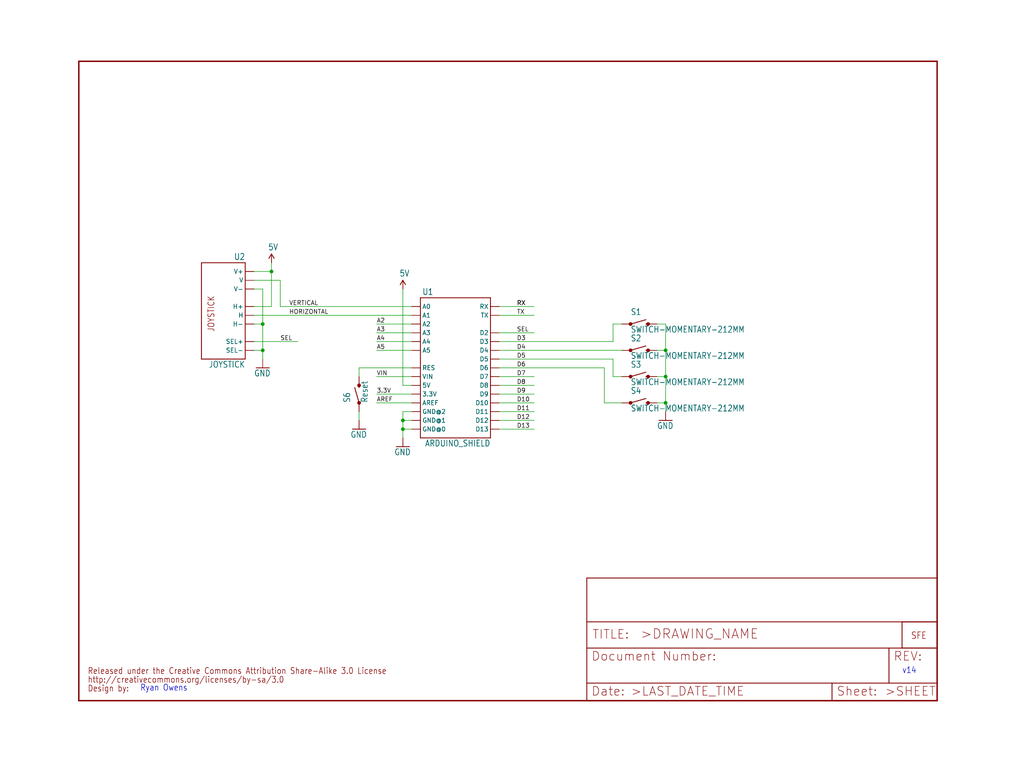
<source format=kicad_sch>
(kicad_sch (version 20211123) (generator eeschema)
  (paper "User" 297.002 223.926)
  (lib_symbols
    (symbol "eagleSchem-eagle-import:5V" (power)
      (property "Value" "5V" (at -1.016 3.556 0))
      (symbol "5V_1_0"
        (polyline (pts (xy 0 2.54) (xy -0.762 1.27)) (stroke (width 0.254)))
        (polyline (pts (xy 0.762 1.27) (xy 0 2.54)) (stroke (width 0.254)))
        (pin power_in line (at 0 0 90) (length 2.54) (name "5V") (number "1"))
      )
    )
    (symbol "eagleSchem-eagle-import:ARDUINO_SHIELDLABEL"
      (property "Reference" "U" (at -9.652 21.082 0))
      (property "Value" "ARDUINO_SHIELDLABEL" (at -8.89 -22.86 0))
      (symbol "ARDUINO_SHIELDLABEL_1_0"
        (polyline (pts (xy -10.16 -20.32) (xy -10.16 20.32)) (stroke (width 0.254)))
        (polyline (pts (xy -10.16 20.32) (xy 10.16 20.32)) (stroke (width 0.254)))
        (polyline (pts (xy 10.16 -20.32) (xy -10.16 -20.32)) (stroke (width 0.254)))
        (polyline (pts (xy 10.16 20.32) (xy 10.16 -20.32)) (stroke (width 0.254)))
        (pin bidirectional line (at -12.7 -7.62 0) (length 2.54) (name "3.3V") (number "3.3V"))
        (pin bidirectional line (at -12.7 -5.08 0) (length 2.54) (name "5V") (number "5V"))
        (pin bidirectional line (at -12.7 17.78 0) (length 2.54) (name "A0") (number "A0"))
        (pin bidirectional line (at -12.7 15.24 0) (length 2.54) (name "A1") (number "A1"))
        (pin bidirectional line (at -12.7 12.7 0) (length 2.54) (name "A2") (number "A2"))
        (pin bidirectional line (at -12.7 10.16 0) (length 2.54) (name "A3") (number "A3"))
        (pin bidirectional line (at -12.7 7.62 0) (length 2.54) (name "A4") (number "A4"))
        (pin bidirectional line (at -12.7 5.08 0) (length 2.54) (name "A5") (number "A5"))
        (pin bidirectional line (at -12.7 -10.16 0) (length 2.54) (name "AREF") (number "AREF"))
        (pin bidirectional line (at 12.7 -10.16 180) (length 2.54) (name "D10") (number "D10"))
        (pin bidirectional line (at 12.7 -12.7 180) (length 2.54) (name "D11") (number "D11"))
        (pin bidirectional line (at 12.7 -15.24 180) (length 2.54) (name "D12") (number "D12"))
        (pin bidirectional line (at 12.7 -17.78 180) (length 2.54) (name "D13") (number "D13"))
        (pin bidirectional line (at 12.7 10.16 180) (length 2.54) (name "D2") (number "D2"))
        (pin bidirectional line (at 12.7 7.62 180) (length 2.54) (name "D3") (number "D3"))
        (pin bidirectional line (at 12.7 5.08 180) (length 2.54) (name "D4") (number "D4"))
        (pin bidirectional line (at 12.7 2.54 180) (length 2.54) (name "D5") (number "D5"))
        (pin bidirectional line (at 12.7 0 180) (length 2.54) (name "D6") (number "D6"))
        (pin bidirectional line (at 12.7 -2.54 180) (length 2.54) (name "D7") (number "D7"))
        (pin bidirectional line (at 12.7 -5.08 180) (length 2.54) (name "D8") (number "D8"))
        (pin bidirectional line (at 12.7 -7.62 180) (length 2.54) (name "D9") (number "D9"))
        (pin bidirectional line (at -12.7 -17.78 0) (length 2.54) (name "GND@0") (number "GND@0"))
        (pin bidirectional line (at -12.7 -15.24 0) (length 2.54) (name "GND@1") (number "GND@1"))
        (pin bidirectional line (at -12.7 -12.7 0) (length 2.54) (name "GND@2") (number "GND@2"))
        (pin bidirectional line (at -12.7 0 0) (length 2.54) (name "RES") (number "RES"))
        (pin bidirectional line (at 12.7 17.78 180) (length 2.54) (name "RX") (number "RX"))
        (pin bidirectional line (at 12.7 15.24 180) (length 2.54) (name "TX") (number "TX"))
        (pin bidirectional line (at -12.7 -2.54 0) (length 2.54) (name "VIN") (number "VIN"))
      )
    )
    (symbol "eagleSchem-eagle-import:CREATIVE_COMMONS"
      (symbol "CREATIVE_COMMONS_1_0"
        (text "Design by:" (at 0 0 0) (effects (font (size 1.778 1.5113)) (justify left bottom)))
        (text "http://creativecommons.org/licenses/by-sa/3.0" (at 0 2.54 0) (effects (font (size 1.778 1.5113)) (justify left bottom)))
        (text "Released under the Creative Commons Attribution Share-Alike 3.0 License" (at 0 5.08 0) (effects (font (size 1.778 1.5113)) (justify left bottom)))
      )
    )
    (symbol "eagleSchem-eagle-import:FRAME-LETTER"
      (symbol "FRAME-LETTER_1_0"
        (polyline (pts (xy 0 0) (xy 248.92 0)) (stroke (width 0.4064)))
        (polyline (pts (xy 0 185.42) (xy 0 0)) (stroke (width 0.4064)))
        (polyline (pts (xy 0 185.42) (xy 248.92 185.42)) (stroke (width 0.4064)))
        (polyline (pts (xy 248.92 185.42) (xy 248.92 0)) (stroke (width 0.4064)))
      )
      (symbol "FRAME-LETTER_2_0"
        (polyline (pts (xy 0 0) (xy 0 5.08)) (stroke (width 0.254)))
        (polyline (pts (xy 0 0) (xy 71.12 0)) (stroke (width 0.254)))
        (polyline (pts (xy 0 5.08) (xy 0 15.24)) (stroke (width 0.254)))
        (polyline (pts (xy 0 5.08) (xy 71.12 5.08)) (stroke (width 0.254)))
        (polyline (pts (xy 0 15.24) (xy 0 22.86)) (stroke (width 0.254)))
        (polyline (pts (xy 0 22.86) (xy 0 35.56)) (stroke (width 0.254)))
        (polyline (pts (xy 0 22.86) (xy 101.6 22.86)) (stroke (width 0.254)))
        (polyline (pts (xy 71.12 0) (xy 101.6 0)) (stroke (width 0.254)))
        (polyline (pts (xy 71.12 5.08) (xy 71.12 0)) (stroke (width 0.254)))
        (polyline (pts (xy 71.12 5.08) (xy 87.63 5.08)) (stroke (width 0.254)))
        (polyline (pts (xy 87.63 5.08) (xy 101.6 5.08)) (stroke (width 0.254)))
        (polyline (pts (xy 87.63 15.24) (xy 0 15.24)) (stroke (width 0.254)))
        (polyline (pts (xy 87.63 15.24) (xy 87.63 5.08)) (stroke (width 0.254)))
        (polyline (pts (xy 101.6 5.08) (xy 101.6 0)) (stroke (width 0.254)))
        (polyline (pts (xy 101.6 15.24) (xy 87.63 15.24)) (stroke (width 0.254)))
        (polyline (pts (xy 101.6 15.24) (xy 101.6 5.08)) (stroke (width 0.254)))
        (polyline (pts (xy 101.6 22.86) (xy 101.6 15.24)) (stroke (width 0.254)))
        (polyline (pts (xy 101.6 35.56) (xy 0 35.56)) (stroke (width 0.254)))
        (polyline (pts (xy 101.6 35.56) (xy 101.6 22.86)) (stroke (width 0.254)))
        (text ">DRAWING_NAME" (at 15.494 17.78 0) (effects (font (size 2.7432 2.7432)) (justify left bottom)))
        (text ">LAST_DATE_TIME" (at 12.7 1.27 0) (effects (font (size 2.54 2.54)) (justify left bottom)))
        (text ">SHEET" (at 86.36 1.27 0) (effects (font (size 2.54 2.54)) (justify left bottom)))
        (text "Date:" (at 1.27 1.27 0) (effects (font (size 2.54 2.54)) (justify left bottom)))
        (text "Document Number:" (at 1.27 11.43 0) (effects (font (size 2.54 2.54)) (justify left bottom)))
        (text "REV:" (at 88.9 11.43 0) (effects (font (size 2.54 2.54)) (justify left bottom)))
        (text "Sheet:" (at 72.39 1.27 0) (effects (font (size 2.54 2.54)) (justify left bottom)))
        (text "TITLE:" (at 1.524 17.78 0) (effects (font (size 2.54 2.54)) (justify left bottom)))
      )
    )
    (symbol "eagleSchem-eagle-import:GND" (power)
      (property "Value" "GND" (at -2.54 -2.54 0))
      (symbol "GND_1_0"
        (polyline (pts (xy -1.905 0) (xy 1.905 0)) (stroke (width 0.254)))
        (pin power_in line (at 0 2.54 270) (length 2.54) (name "GND") (number "1"))
      )
    )
    (symbol "eagleSchem-eagle-import:JOYSTICKPTH"
      (property "Reference" "U" (at -7.62 13.462 0))
      (property "Value" "JOYSTICKPTH" (at -7.62 -17.78 0))
      (symbol "JOYSTICKPTH_1_0"
        (polyline (pts (xy -7.62 -15.24) (xy -7.62 12.7)) (stroke (width 0.254)))
        (polyline (pts (xy -7.62 12.7) (xy 5.08 12.7)) (stroke (width 0.254)))
        (polyline (pts (xy 5.08 -15.24) (xy -7.62 -15.24)) (stroke (width 0.254)))
        (polyline (pts (xy 5.08 12.7) (xy 5.08 -15.24)) (stroke (width 0.254)))
        (text "JOYSTICK" (at 3.302 -7.366 900) (effects (font (size 1.778 1.5113)) (justify left bottom)))
        (pin bidirectional line (at -10.16 -10.16 0) (length 2.54) (name "SEL+") (number "B1A"))
        (pin bidirectional line (at -10.16 -12.7 0) (length 2.54) (name "SEL-") (number "B2A"))
        (pin bidirectional line (at -10.16 0 0) (length 2.54) (name "H+") (number "H1"))
        (pin bidirectional line (at -10.16 -2.54 0) (length 2.54) (name "H") (number "H2"))
        (pin bidirectional line (at -10.16 -5.08 0) (length 2.54) (name "H-") (number "H3"))
        (pin bidirectional line (at -10.16 10.16 0) (length 2.54) (name "V+") (number "V1"))
        (pin bidirectional line (at -10.16 7.62 0) (length 2.54) (name "V") (number "V2"))
        (pin bidirectional line (at -10.16 5.08 0) (length 2.54) (name "V-") (number "V3"))
      )
    )
    (symbol "eagleSchem-eagle-import:LOGO-SFENEW"
      (symbol "LOGO-SFENEW_1_0"
        (polyline (pts (xy -2.54 -2.54) (xy 7.62 -2.54)) (stroke (width 0.254)))
        (polyline (pts (xy -2.54 5.08) (xy -2.54 -2.54)) (stroke (width 0.254)))
        (polyline (pts (xy 7.62 -2.54) (xy 7.62 5.08)) (stroke (width 0.254)))
        (polyline (pts (xy 7.62 5.08) (xy -2.54 5.08)) (stroke (width 0.254)))
        (text "SFE" (at 0 0 0) (effects (font (size 1.9304 1.6408)) (justify left bottom)))
      )
    )
    (symbol "eagleSchem-eagle-import:SWITCH-MOMENTARY-212MM"
      (property "Reference" "S" (at -2.54 2.54 0))
      (property "Value" "SWITCH-MOMENTARY-212MM" (at -2.54 -2.54 0))
      (symbol "SWITCH-MOMENTARY-212MM_1_0"
        (circle (center -2.54 0) (radius 0.127) (stroke (width 0.4064)))
        (polyline (pts (xy -2.54 0) (xy 1.905 1.27)) (stroke (width 0.254)))
        (polyline (pts (xy 1.905 0) (xy 2.54 0)) (stroke (width 0.254)))
        (circle (center 2.54 0) (radius 0.127) (stroke (width 0.4064)))
        (pin passive line (at -5.08 0 0) (length 2.54) (name "1") (number "1"))
        (pin passive line (at 5.08 0 180) (length 2.54) (name "2") (number "3"))
      )
    )
    (symbol "eagleSchem-eagle-import:SWITCH-MOMENTARY-2PTH"
      (property "Reference" "S" (at -2.54 2.54 0))
      (property "Value" "SWITCH-MOMENTARY-2PTH" (at -2.54 -2.54 0))
      (symbol "SWITCH-MOMENTARY-2PTH_1_0"
        (circle (center -2.54 0) (radius 0.127) (stroke (width 0.4064)))
        (polyline (pts (xy -2.54 0) (xy 1.905 1.27)) (stroke (width 0.254)))
        (polyline (pts (xy 1.905 0) (xy 2.54 0)) (stroke (width 0.254)))
        (circle (center 2.54 0) (radius 0.127) (stroke (width 0.4064)))
        (pin passive line (at -5.08 0 0) (length 2.54) (name "1") (number "1"))
        (pin passive line (at 5.08 0 180) (length 2.54) (name "2") (number "3"))
      )
    )
  )
  (junction (at 76.2 101.6))
  (junction (at 116.84 121.92))
  (junction (at 193.04 101.6))
  (junction (at 116.84 124.46))
  (junction (at 193.04 116.84))
  (junction (at 76.2 93.98))
  (junction (at 78.74 78.74))
  (junction (at 193.04 109.22))
  (wire (pts (xy 190.5 109.22) (xy 193.04 109.22)))
  (wire (pts (xy 144.78 91.44) (xy 154.94 91.44)))
  (wire (pts (xy 193.04 109.22) (xy 193.04 116.84)))
  (wire (pts (xy 76.2 101.6) (xy 76.2 104.14)))
  (wire (pts (xy 104.14 119.38) (xy 104.14 121.92)))
  (wire (pts (xy 78.74 88.9) (xy 78.74 78.74)))
  (wire (pts (xy 73.66 93.98) (xy 76.2 93.98)))
  (wire (pts (xy 119.38 124.46) (xy 116.84 124.46)))
  (wire (pts (xy 190.5 93.98) (xy 193.04 93.98)))
  (wire (pts (xy 116.84 121.92) (xy 116.84 124.46)))
  (wire (pts (xy 73.66 88.9) (xy 78.74 88.9)))
  (wire (pts (xy 73.66 99.06) (xy 86.36 99.06)))
  (wire (pts (xy 144.78 109.22) (xy 154.94 109.22)))
  (wire (pts (xy 175.26 106.68) (xy 175.26 116.84)))
  (wire (pts (xy 119.38 109.22) (xy 109.22 109.22)))
  (wire (pts (xy 73.66 101.6) (xy 76.2 101.6)))
  (wire (pts (xy 76.2 83.82) (xy 76.2 93.98)))
  (wire (pts (xy 73.66 91.44) (xy 119.38 91.44)))
  (wire (pts (xy 73.66 83.82) (xy 76.2 83.82)))
  (wire (pts (xy 116.84 124.46) (xy 116.84 127)))
  (wire (pts (xy 119.38 116.84) (xy 109.22 116.84)))
  (wire (pts (xy 193.04 101.6) (xy 193.04 109.22)))
  (wire (pts (xy 144.78 96.52) (xy 154.94 96.52)))
  (wire (pts (xy 193.04 93.98) (xy 193.04 101.6)))
  (wire (pts (xy 119.38 93.98) (xy 109.22 93.98)))
  (wire (pts (xy 177.8 104.14) (xy 177.8 109.22)))
  (wire (pts (xy 119.38 121.92) (xy 116.84 121.92)))
  (wire (pts (xy 119.38 106.68) (xy 104.14 106.68)))
  (wire (pts (xy 144.78 104.14) (xy 177.8 104.14)))
  (wire (pts (xy 119.38 99.06) (xy 109.22 99.06)))
  (wire (pts (xy 119.38 101.6) (xy 109.22 101.6)))
  (wire (pts (xy 144.78 88.9) (xy 154.94 88.9)))
  (wire (pts (xy 175.26 116.84) (xy 180.34 116.84)))
  (wire (pts (xy 144.78 106.68) (xy 175.26 106.68)))
  (wire (pts (xy 144.78 124.46) (xy 154.94 124.46)))
  (wire (pts (xy 144.78 116.84) (xy 154.94 116.84)))
  (wire (pts (xy 81.28 88.9) (xy 119.38 88.9)))
  (wire (pts (xy 144.78 101.6) (xy 180.34 101.6)))
  (wire (pts (xy 73.66 81.28) (xy 81.28 81.28)))
  (wire (pts (xy 144.78 121.92) (xy 154.94 121.92)))
  (wire (pts (xy 119.38 119.38) (xy 116.84 119.38)))
  (wire (pts (xy 119.38 96.52) (xy 109.22 96.52)))
  (wire (pts (xy 119.38 114.3) (xy 109.22 114.3)))
  (wire (pts (xy 81.28 81.28) (xy 81.28 88.9)))
  (wire (pts (xy 177.8 93.98) (xy 180.34 93.98)))
  (wire (pts (xy 116.84 119.38) (xy 116.84 121.92)))
  (wire (pts (xy 144.78 119.38) (xy 154.94 119.38)))
  (wire (pts (xy 177.8 99.06) (xy 177.8 93.98)))
  (wire (pts (xy 76.2 93.98) (xy 76.2 101.6)))
  (wire (pts (xy 104.14 106.68) (xy 104.14 109.22)))
  (wire (pts (xy 193.04 116.84) (xy 193.04 119.38)))
  (wire (pts (xy 78.74 78.74) (xy 78.74 76.2)))
  (wire (pts (xy 177.8 109.22) (xy 180.34 109.22)))
  (wire (pts (xy 73.66 78.74) (xy 78.74 78.74)))
  (wire (pts (xy 116.84 111.76) (xy 116.84 83.82)))
  (wire (pts (xy 190.5 116.84) (xy 193.04 116.84)))
  (wire (pts (xy 144.78 114.3) (xy 154.94 114.3)))
  (wire (pts (xy 144.78 111.76) (xy 154.94 111.76)))
  (wire (pts (xy 190.5 101.6) (xy 193.04 101.6)))
  (wire (pts (xy 119.38 111.76) (xy 116.84 111.76)))
  (wire (pts (xy 144.78 99.06) (xy 177.8 99.06)))
  (text "v14" (at 261.62 195.58 180) (effects (font (size 1.778 1.5113)) (justify left bottom)))
  (text "Ryan Owens" (at 40.64 200.66 180) (effects (font (size 1.778 1.5113)) (justify left bottom)))
  (label "TX" (at 149.86 91.44 0) (effects (font (size 1.2446 1.2446))))
  (label "RX" (at 149.86 88.9 0) (effects (font (size 1.2446 1.2446))))
  (label "HORIZONTAL" (at 83.82 91.44 0) (effects (font (size 1.2446 1.2446))))
  (label "D4" (at 149.86 101.6 0) (effects (font (size 1.2446 1.2446))))
  (label "VERTICAL" (at 83.82 88.9 0) (effects (font (size 1.2446 1.2446))))
  (label "D5" (at 149.86 104.14 0) (effects (font (size 1.2446 1.2446))))
  (label "D11" (at 149.86 119.38 0) (effects (font (size 1.2446 1.2446))))
  (label "D12" (at 149.86 121.92 0) (effects (font (size 1.2446 1.2446))))
  (label "3.3V" (at 109.22 114.3 0) (effects (font (size 1.2446 1.2446))))
  (label "A4" (at 109.22 99.06 0) (effects (font (size 1.2446 1.2446))))
  (label "SEL" (at 81.28 99.06 0) (effects (font (size 1.2446 1.2446))))
  (label "D7" (at 149.86 109.22 0) (effects (font (size 1.2446 1.2446))))
  (label "D10" (at 149.86 116.84 0) (effects (font (size 1.2446 1.2446))))
  (label "D13" (at 149.86 124.46 0) (effects (font (size 1.2446 1.2446))))
  (label "RX" (at 149.86 88.9 0) (effects (font (size 1.2446 1.2446))))
  (label "D8" (at 149.86 111.76 0) (effects (font (size 1.2446 1.2446))))
  (label "A3" (at 109.22 96.52 0) (effects (font (size 1.2446 1.2446))))
  (label "VIN" (at 109.22 109.22 0) (effects (font (size 1.2446 1.2446))))
  (label "A2" (at 109.22 93.98 0) (effects (font (size 1.2446 1.2446))))
  (label "D6" (at 149.86 106.68 0) (effects (font (size 1.2446 1.2446))))
  (label "D9" (at 149.86 114.3 0) (effects (font (size 1.2446 1.2446))))
  (label "SEL" (at 149.86 96.52 0) (effects (font (size 1.2446 1.2446))))
  (label "D3" (at 149.86 99.06 0) (effects (font (size 1.2446 1.2446))))
  (label "A5" (at 109.22 101.6 0) (effects (font (size 1.2446 1.2446))))
  (label "AREF" (at 109.22 116.84 0) (effects (font (size 1.2446 1.2446))))
  (symbol (lib_id "eagleSchem-eagle-import:SWITCH-MOMENTARY-212MM") (at 185.42 101.6 0) (unit 1)
    (property "Reference" "S2" (at 182.88 99.06 0) (effects (font (size 1.778 1.5113)) (justify left bottom)))
    (property "Value" "SWITCH-MOMENTARY-212MM" (at 182.88 104.14 0) (effects (font (size 1.778 1.5113)) (justify left bottom)))
    (property "Footprint" "eagleSchem:TACTILE-PTH-12MM" (effects hide))
  )
  (symbol (lib_id "eagleSchem-eagle-import:GND") (at 104.14 124.46 0) (unit 1)
    (property "Reference" "#GND3" (effects hide))
    (property "Value" "GND" (at 101.6 127 0) (effects (font (size 1.778 1.5113)) (justify left bottom)))
    (property "Footprint" "eagleSchem:" (effects hide))
  )
  (symbol (lib_id "eagleSchem-eagle-import:5V") (at 116.84 83.82 0) (unit 1)
    (property "Reference" "#U$1" (effects hide))
    (property "Value" "5V" (at 115.824 80.264 0) (effects (font (size 1.778 1.5113)) (justify left bottom)))
    (property "Footprint" "eagleSchem:" (effects hide))
  )
  (symbol (lib_id "eagleSchem-eagle-import:SWITCH-MOMENTARY-2PTH") (at 104.14 114.3 90) (unit 1)
    (property "Reference" "S6" (at 101.6 116.84 0) (effects (font (size 1.778 1.5113)) (justify left bottom)))
    (property "Value" "Reset" (at 106.68 116.84 0) (effects (font (size 1.778 1.5113)) (justify left bottom)))
    (property "Footprint" "eagleSchem:TACTILE-PTH" (effects hide))
  )
  (symbol (lib_id "eagleSchem-eagle-import:SWITCH-MOMENTARY-212MM") (at 185.42 93.98 0) (unit 1)
    (property "Reference" "S1" (at 182.88 91.44 0) (effects (font (size 1.778 1.5113)) (justify left bottom)))
    (property "Value" "SWITCH-MOMENTARY-212MM" (at 182.88 96.52 0) (effects (font (size 1.778 1.5113)) (justify left bottom)))
    (property "Footprint" "eagleSchem:TACTILE-PTH-12MM" (effects hide))
  )
  (symbol (lib_id "eagleSchem-eagle-import:ARDUINO_SHIELDLABEL") (at 132.08 106.68 0) (unit 1)
    (property "Reference" "U1" (at 122.428 85.598 0) (effects (font (size 1.778 1.5113)) (justify left bottom)))
    (property "Value" "ARDUINO_SHIELD" (at 123.19 129.54 0) (effects (font (size 1.778 1.5113)) (justify left bottom)))
    (property "Footprint" "eagleSchem:DUEMILANOVE_SHIELD" (effects hide))
  )
  (symbol (lib_id "eagleSchem-eagle-import:GND") (at 116.84 129.54 0) (unit 1)
    (property "Reference" "#GND2" (effects hide))
    (property "Value" "GND" (at 114.3 132.08 0) (effects (font (size 1.778 1.5113)) (justify left bottom)))
    (property "Footprint" "eagleSchem:" (effects hide))
  )
  (symbol (lib_id "eagleSchem-eagle-import:CREATIVE_COMMONS") (at 25.4 200.66 0) (unit 1)
    (property "Reference" "U$3" (effects hide))
    (property "Value" "CREATIVE_COMMONS" (effects hide))
    (property "Footprint" "eagleSchem:CREATIVE_COMMONS" (effects hide))
  )
  (symbol (lib_id "eagleSchem-eagle-import:SWITCH-MOMENTARY-212MM") (at 185.42 116.84 0) (unit 1)
    (property "Reference" "S4" (at 182.88 114.3 0) (effects (font (size 1.778 1.5113)) (justify left bottom)))
    (property "Value" "SWITCH-MOMENTARY-212MM" (at 182.88 119.38 0) (effects (font (size 1.778 1.5113)) (justify left bottom)))
    (property "Footprint" "eagleSchem:TACTILE-PTH-12MM" (effects hide))
  )
  (symbol (lib_id "eagleSchem-eagle-import:GND") (at 76.2 106.68 0) (unit 1)
    (property "Reference" "#GND5" (effects hide))
    (property "Value" "GND" (at 73.66 109.22 0) (effects (font (size 1.778 1.5113)) (justify left bottom)))
    (property "Footprint" "eagleSchem:" (effects hide))
  )
  (symbol (lib_id "eagleSchem-eagle-import:FRAME-LETTER") (at 170.18 203.2 0) (unit 2)
    (property "Reference" "#FRAME1" (effects hide))
    (property "Value" "FRAME-LETTER" (effects hide))
    (property "Footprint" "eagleSchem:" (effects hide))
  )
  (symbol (lib_id "eagleSchem-eagle-import:JOYSTICKPTH") (at 63.5 88.9 0) (mirror y) (unit 1)
    (property "Reference" "U2" (at 71.12 75.438 0) (effects (font (size 1.778 1.5113)) (justify left bottom)))
    (property "Value" "JOYSTICK" (at 71.12 106.68 0) (effects (font (size 1.778 1.5113)) (justify left bottom)))
    (property "Footprint" "eagleSchem:JOYSTICK" (effects hide))
  )
  (symbol (lib_id "eagleSchem-eagle-import:GND") (at 193.04 121.92 0) (unit 1)
    (property "Reference" "#GND1" (effects hide))
    (property "Value" "GND" (at 190.5 124.46 0) (effects (font (size 1.778 1.5113)) (justify left bottom)))
    (property "Footprint" "eagleSchem:" (effects hide))
  )
  (symbol (lib_id "eagleSchem-eagle-import:5V") (at 78.74 76.2 0) (unit 1)
    (property "Reference" "#U$2" (effects hide))
    (property "Value" "5V" (at 77.724 72.644 0) (effects (font (size 1.778 1.5113)) (justify left bottom)))
    (property "Footprint" "eagleSchem:" (effects hide))
  )
  (symbol (lib_id "eagleSchem-eagle-import:LOGO-SFENEW") (at 264.16 185.42 0) (unit 1)
    (property "Reference" "JP1" (effects hide))
    (property "Value" "LOGO-SFENEW" (effects hide))
    (property "Footprint" "eagleSchem:SFE-NEW-WEBLOGO" (effects hide))
  )
  (symbol (lib_id "eagleSchem-eagle-import:FRAME-LETTER") (at 22.86 203.2 0) (unit 1)
    (property "Reference" "#FRAME1" (effects hide))
    (property "Value" "FRAME-LETTER" (effects hide))
    (property "Footprint" "eagleSchem:" (effects hide))
  )
  (symbol (lib_id "eagleSchem-eagle-import:SWITCH-MOMENTARY-212MM") (at 185.42 109.22 0) (unit 1)
    (property "Reference" "S3" (at 182.88 106.68 0) (effects (font (size 1.778 1.5113)) (justify left bottom)))
    (property "Value" "SWITCH-MOMENTARY-212MM" (at 182.88 111.76 0) (effects (font (size 1.778 1.5113)) (justify left bottom)))
    (property "Footprint" "eagleSchem:TACTILE-PTH-12MM" (effects hide))
  )
)
</source>
